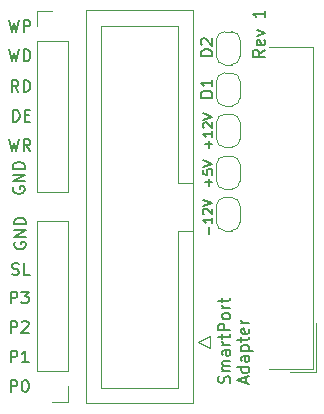
<source format=gbr>
%TF.GenerationSoftware,KiCad,Pcbnew,8.0.5*%
%TF.CreationDate,2024-12-10T05:35:49-08:00*%
%TF.ProjectId,SmartPortAdapter,536d6172-7450-46f7-9274-416461707465,1*%
%TF.SameCoordinates,Original*%
%TF.FileFunction,Legend,Top*%
%TF.FilePolarity,Positive*%
%FSLAX46Y46*%
G04 Gerber Fmt 4.6, Leading zero omitted, Abs format (unit mm)*
G04 Created by KiCad (PCBNEW 8.0.5) date 2024-12-10 05:35:49*
%MOMM*%
%LPD*%
G01*
G04 APERTURE LIST*
%ADD10C,0.187500*%
%ADD11C,0.200000*%
%ADD12C,0.150000*%
%ADD13C,0.120000*%
G04 APERTURE END LIST*
D10*
X164577869Y-83502121D02*
X164101678Y-83835454D01*
X164577869Y-84073549D02*
X163577869Y-84073549D01*
X163577869Y-84073549D02*
X163577869Y-83692597D01*
X163577869Y-83692597D02*
X163625488Y-83597359D01*
X163625488Y-83597359D02*
X163673107Y-83549740D01*
X163673107Y-83549740D02*
X163768345Y-83502121D01*
X163768345Y-83502121D02*
X163911202Y-83502121D01*
X163911202Y-83502121D02*
X164006440Y-83549740D01*
X164006440Y-83549740D02*
X164054059Y-83597359D01*
X164054059Y-83597359D02*
X164101678Y-83692597D01*
X164101678Y-83692597D02*
X164101678Y-84073549D01*
X164530250Y-82692597D02*
X164577869Y-82787835D01*
X164577869Y-82787835D02*
X164577869Y-82978311D01*
X164577869Y-82978311D02*
X164530250Y-83073549D01*
X164530250Y-83073549D02*
X164435011Y-83121168D01*
X164435011Y-83121168D02*
X164054059Y-83121168D01*
X164054059Y-83121168D02*
X163958821Y-83073549D01*
X163958821Y-83073549D02*
X163911202Y-82978311D01*
X163911202Y-82978311D02*
X163911202Y-82787835D01*
X163911202Y-82787835D02*
X163958821Y-82692597D01*
X163958821Y-82692597D02*
X164054059Y-82644978D01*
X164054059Y-82644978D02*
X164149297Y-82644978D01*
X164149297Y-82644978D02*
X164244535Y-83121168D01*
X163911202Y-82311644D02*
X164577869Y-82073549D01*
X164577869Y-82073549D02*
X163911202Y-81835454D01*
X164577869Y-80168787D02*
X164577869Y-80740215D01*
X164577869Y-80454501D02*
X163577869Y-80454501D01*
X163577869Y-80454501D02*
X163720726Y-80549739D01*
X163720726Y-80549739D02*
X163815964Y-80644977D01*
X163815964Y-80644977D02*
X163863583Y-80740215D01*
D11*
X143264911Y-89567219D02*
X143264911Y-88567219D01*
X143264911Y-88567219D02*
X143503006Y-88567219D01*
X143503006Y-88567219D02*
X143645863Y-88614838D01*
X143645863Y-88614838D02*
X143741101Y-88710076D01*
X143741101Y-88710076D02*
X143788720Y-88805314D01*
X143788720Y-88805314D02*
X143836339Y-88995790D01*
X143836339Y-88995790D02*
X143836339Y-89138647D01*
X143836339Y-89138647D02*
X143788720Y-89329123D01*
X143788720Y-89329123D02*
X143741101Y-89424361D01*
X143741101Y-89424361D02*
X143645863Y-89519600D01*
X143645863Y-89519600D02*
X143503006Y-89567219D01*
X143503006Y-89567219D02*
X143264911Y-89567219D01*
X144264911Y-89043409D02*
X144598244Y-89043409D01*
X144741101Y-89567219D02*
X144264911Y-89567219D01*
X144264911Y-89567219D02*
X144264911Y-88567219D01*
X144264911Y-88567219D02*
X144741101Y-88567219D01*
X143069673Y-109967219D02*
X143069673Y-108967219D01*
X143069673Y-108967219D02*
X143450625Y-108967219D01*
X143450625Y-108967219D02*
X143545863Y-109014838D01*
X143545863Y-109014838D02*
X143593482Y-109062457D01*
X143593482Y-109062457D02*
X143641101Y-109157695D01*
X143641101Y-109157695D02*
X143641101Y-109300552D01*
X143641101Y-109300552D02*
X143593482Y-109395790D01*
X143593482Y-109395790D02*
X143545863Y-109443409D01*
X143545863Y-109443409D02*
X143450625Y-109491028D01*
X143450625Y-109491028D02*
X143069673Y-109491028D01*
X144593482Y-109967219D02*
X144022054Y-109967219D01*
X144307768Y-109967219D02*
X144307768Y-108967219D01*
X144307768Y-108967219D02*
X144212530Y-109110076D01*
X144212530Y-109110076D02*
X144117292Y-109205314D01*
X144117292Y-109205314D02*
X144022054Y-109252933D01*
X143069673Y-112467219D02*
X143069673Y-111467219D01*
X143069673Y-111467219D02*
X143450625Y-111467219D01*
X143450625Y-111467219D02*
X143545863Y-111514838D01*
X143545863Y-111514838D02*
X143593482Y-111562457D01*
X143593482Y-111562457D02*
X143641101Y-111657695D01*
X143641101Y-111657695D02*
X143641101Y-111800552D01*
X143641101Y-111800552D02*
X143593482Y-111895790D01*
X143593482Y-111895790D02*
X143545863Y-111943409D01*
X143545863Y-111943409D02*
X143450625Y-111991028D01*
X143450625Y-111991028D02*
X143069673Y-111991028D01*
X144260149Y-111467219D02*
X144355387Y-111467219D01*
X144355387Y-111467219D02*
X144450625Y-111514838D01*
X144450625Y-111514838D02*
X144498244Y-111562457D01*
X144498244Y-111562457D02*
X144545863Y-111657695D01*
X144545863Y-111657695D02*
X144593482Y-111848171D01*
X144593482Y-111848171D02*
X144593482Y-112086266D01*
X144593482Y-112086266D02*
X144545863Y-112276742D01*
X144545863Y-112276742D02*
X144498244Y-112371980D01*
X144498244Y-112371980D02*
X144450625Y-112419600D01*
X144450625Y-112419600D02*
X144355387Y-112467219D01*
X144355387Y-112467219D02*
X144260149Y-112467219D01*
X144260149Y-112467219D02*
X144164911Y-112419600D01*
X144164911Y-112419600D02*
X144117292Y-112371980D01*
X144117292Y-112371980D02*
X144069673Y-112276742D01*
X144069673Y-112276742D02*
X144022054Y-112086266D01*
X144022054Y-112086266D02*
X144022054Y-111848171D01*
X144022054Y-111848171D02*
X144069673Y-111657695D01*
X144069673Y-111657695D02*
X144117292Y-111562457D01*
X144117292Y-111562457D02*
X144164911Y-111514838D01*
X144164911Y-111514838D02*
X144260149Y-111467219D01*
X143069673Y-107467219D02*
X143069673Y-106467219D01*
X143069673Y-106467219D02*
X143450625Y-106467219D01*
X143450625Y-106467219D02*
X143545863Y-106514838D01*
X143545863Y-106514838D02*
X143593482Y-106562457D01*
X143593482Y-106562457D02*
X143641101Y-106657695D01*
X143641101Y-106657695D02*
X143641101Y-106800552D01*
X143641101Y-106800552D02*
X143593482Y-106895790D01*
X143593482Y-106895790D02*
X143545863Y-106943409D01*
X143545863Y-106943409D02*
X143450625Y-106991028D01*
X143450625Y-106991028D02*
X143069673Y-106991028D01*
X144022054Y-106562457D02*
X144069673Y-106514838D01*
X144069673Y-106514838D02*
X144164911Y-106467219D01*
X144164911Y-106467219D02*
X144403006Y-106467219D01*
X144403006Y-106467219D02*
X144498244Y-106514838D01*
X144498244Y-106514838D02*
X144545863Y-106562457D01*
X144545863Y-106562457D02*
X144593482Y-106657695D01*
X144593482Y-106657695D02*
X144593482Y-106752933D01*
X144593482Y-106752933D02*
X144545863Y-106895790D01*
X144545863Y-106895790D02*
X143974435Y-107467219D01*
X143974435Y-107467219D02*
X144593482Y-107467219D01*
X143314838Y-95106517D02*
X143267219Y-95201755D01*
X143267219Y-95201755D02*
X143267219Y-95344612D01*
X143267219Y-95344612D02*
X143314838Y-95487469D01*
X143314838Y-95487469D02*
X143410076Y-95582707D01*
X143410076Y-95582707D02*
X143505314Y-95630326D01*
X143505314Y-95630326D02*
X143695790Y-95677945D01*
X143695790Y-95677945D02*
X143838647Y-95677945D01*
X143838647Y-95677945D02*
X144029123Y-95630326D01*
X144029123Y-95630326D02*
X144124361Y-95582707D01*
X144124361Y-95582707D02*
X144219600Y-95487469D01*
X144219600Y-95487469D02*
X144267219Y-95344612D01*
X144267219Y-95344612D02*
X144267219Y-95249374D01*
X144267219Y-95249374D02*
X144219600Y-95106517D01*
X144219600Y-95106517D02*
X144171980Y-95058898D01*
X144171980Y-95058898D02*
X143838647Y-95058898D01*
X143838647Y-95058898D02*
X143838647Y-95249374D01*
X144267219Y-94630326D02*
X143267219Y-94630326D01*
X143267219Y-94630326D02*
X144267219Y-94058898D01*
X144267219Y-94058898D02*
X143267219Y-94058898D01*
X144267219Y-93582707D02*
X143267219Y-93582707D01*
X143267219Y-93582707D02*
X143267219Y-93344612D01*
X143267219Y-93344612D02*
X143314838Y-93201755D01*
X143314838Y-93201755D02*
X143410076Y-93106517D01*
X143410076Y-93106517D02*
X143505314Y-93058898D01*
X143505314Y-93058898D02*
X143695790Y-93011279D01*
X143695790Y-93011279D02*
X143838647Y-93011279D01*
X143838647Y-93011279D02*
X144029123Y-93058898D01*
X144029123Y-93058898D02*
X144124361Y-93106517D01*
X144124361Y-93106517D02*
X144219600Y-93201755D01*
X144219600Y-93201755D02*
X144267219Y-93344612D01*
X144267219Y-93344612D02*
X144267219Y-93582707D01*
X142931578Y-83467219D02*
X143169673Y-84467219D01*
X143169673Y-84467219D02*
X143360149Y-83752933D01*
X143360149Y-83752933D02*
X143550625Y-84467219D01*
X143550625Y-84467219D02*
X143788721Y-83467219D01*
X144169673Y-84467219D02*
X144169673Y-83467219D01*
X144169673Y-83467219D02*
X144407768Y-83467219D01*
X144407768Y-83467219D02*
X144550625Y-83514838D01*
X144550625Y-83514838D02*
X144645863Y-83610076D01*
X144645863Y-83610076D02*
X144693482Y-83705314D01*
X144693482Y-83705314D02*
X144741101Y-83895790D01*
X144741101Y-83895790D02*
X144741101Y-84038647D01*
X144741101Y-84038647D02*
X144693482Y-84229123D01*
X144693482Y-84229123D02*
X144645863Y-84324361D01*
X144645863Y-84324361D02*
X144550625Y-84419600D01*
X144550625Y-84419600D02*
X144407768Y-84467219D01*
X144407768Y-84467219D02*
X144169673Y-84467219D01*
X142931578Y-80967219D02*
X143169673Y-81967219D01*
X143169673Y-81967219D02*
X143360149Y-81252933D01*
X143360149Y-81252933D02*
X143550625Y-81967219D01*
X143550625Y-81967219D02*
X143788721Y-80967219D01*
X144169673Y-81967219D02*
X144169673Y-80967219D01*
X144169673Y-80967219D02*
X144550625Y-80967219D01*
X144550625Y-80967219D02*
X144645863Y-81014838D01*
X144645863Y-81014838D02*
X144693482Y-81062457D01*
X144693482Y-81062457D02*
X144741101Y-81157695D01*
X144741101Y-81157695D02*
X144741101Y-81300552D01*
X144741101Y-81300552D02*
X144693482Y-81395790D01*
X144693482Y-81395790D02*
X144645863Y-81443409D01*
X144645863Y-81443409D02*
X144550625Y-81491028D01*
X144550625Y-81491028D02*
X144169673Y-81491028D01*
D10*
X161610306Y-111686168D02*
X161657925Y-111543311D01*
X161657925Y-111543311D02*
X161657925Y-111305216D01*
X161657925Y-111305216D02*
X161610306Y-111209978D01*
X161610306Y-111209978D02*
X161562686Y-111162359D01*
X161562686Y-111162359D02*
X161467448Y-111114740D01*
X161467448Y-111114740D02*
X161372210Y-111114740D01*
X161372210Y-111114740D02*
X161276972Y-111162359D01*
X161276972Y-111162359D02*
X161229353Y-111209978D01*
X161229353Y-111209978D02*
X161181734Y-111305216D01*
X161181734Y-111305216D02*
X161134115Y-111495692D01*
X161134115Y-111495692D02*
X161086496Y-111590930D01*
X161086496Y-111590930D02*
X161038877Y-111638549D01*
X161038877Y-111638549D02*
X160943639Y-111686168D01*
X160943639Y-111686168D02*
X160848401Y-111686168D01*
X160848401Y-111686168D02*
X160753163Y-111638549D01*
X160753163Y-111638549D02*
X160705544Y-111590930D01*
X160705544Y-111590930D02*
X160657925Y-111495692D01*
X160657925Y-111495692D02*
X160657925Y-111257597D01*
X160657925Y-111257597D02*
X160705544Y-111114740D01*
X161657925Y-110686168D02*
X160991258Y-110686168D01*
X161086496Y-110686168D02*
X161038877Y-110638549D01*
X161038877Y-110638549D02*
X160991258Y-110543311D01*
X160991258Y-110543311D02*
X160991258Y-110400454D01*
X160991258Y-110400454D02*
X161038877Y-110305216D01*
X161038877Y-110305216D02*
X161134115Y-110257597D01*
X161134115Y-110257597D02*
X161657925Y-110257597D01*
X161134115Y-110257597D02*
X161038877Y-110209978D01*
X161038877Y-110209978D02*
X160991258Y-110114740D01*
X160991258Y-110114740D02*
X160991258Y-109971883D01*
X160991258Y-109971883D02*
X161038877Y-109876644D01*
X161038877Y-109876644D02*
X161134115Y-109829025D01*
X161134115Y-109829025D02*
X161657925Y-109829025D01*
X161657925Y-108924264D02*
X161134115Y-108924264D01*
X161134115Y-108924264D02*
X161038877Y-108971883D01*
X161038877Y-108971883D02*
X160991258Y-109067121D01*
X160991258Y-109067121D02*
X160991258Y-109257597D01*
X160991258Y-109257597D02*
X161038877Y-109352835D01*
X161610306Y-108924264D02*
X161657925Y-109019502D01*
X161657925Y-109019502D02*
X161657925Y-109257597D01*
X161657925Y-109257597D02*
X161610306Y-109352835D01*
X161610306Y-109352835D02*
X161515067Y-109400454D01*
X161515067Y-109400454D02*
X161419829Y-109400454D01*
X161419829Y-109400454D02*
X161324591Y-109352835D01*
X161324591Y-109352835D02*
X161276972Y-109257597D01*
X161276972Y-109257597D02*
X161276972Y-109019502D01*
X161276972Y-109019502D02*
X161229353Y-108924264D01*
X161657925Y-108448073D02*
X160991258Y-108448073D01*
X161181734Y-108448073D02*
X161086496Y-108400454D01*
X161086496Y-108400454D02*
X161038877Y-108352835D01*
X161038877Y-108352835D02*
X160991258Y-108257597D01*
X160991258Y-108257597D02*
X160991258Y-108162359D01*
X160991258Y-107971882D02*
X160991258Y-107590930D01*
X160657925Y-107829025D02*
X161515067Y-107829025D01*
X161515067Y-107829025D02*
X161610306Y-107781406D01*
X161610306Y-107781406D02*
X161657925Y-107686168D01*
X161657925Y-107686168D02*
X161657925Y-107590930D01*
X161657925Y-107257596D02*
X160657925Y-107257596D01*
X160657925Y-107257596D02*
X160657925Y-106876644D01*
X160657925Y-106876644D02*
X160705544Y-106781406D01*
X160705544Y-106781406D02*
X160753163Y-106733787D01*
X160753163Y-106733787D02*
X160848401Y-106686168D01*
X160848401Y-106686168D02*
X160991258Y-106686168D01*
X160991258Y-106686168D02*
X161086496Y-106733787D01*
X161086496Y-106733787D02*
X161134115Y-106781406D01*
X161134115Y-106781406D02*
X161181734Y-106876644D01*
X161181734Y-106876644D02*
X161181734Y-107257596D01*
X161657925Y-106114739D02*
X161610306Y-106209977D01*
X161610306Y-106209977D02*
X161562686Y-106257596D01*
X161562686Y-106257596D02*
X161467448Y-106305215D01*
X161467448Y-106305215D02*
X161181734Y-106305215D01*
X161181734Y-106305215D02*
X161086496Y-106257596D01*
X161086496Y-106257596D02*
X161038877Y-106209977D01*
X161038877Y-106209977D02*
X160991258Y-106114739D01*
X160991258Y-106114739D02*
X160991258Y-105971882D01*
X160991258Y-105971882D02*
X161038877Y-105876644D01*
X161038877Y-105876644D02*
X161086496Y-105829025D01*
X161086496Y-105829025D02*
X161181734Y-105781406D01*
X161181734Y-105781406D02*
X161467448Y-105781406D01*
X161467448Y-105781406D02*
X161562686Y-105829025D01*
X161562686Y-105829025D02*
X161610306Y-105876644D01*
X161610306Y-105876644D02*
X161657925Y-105971882D01*
X161657925Y-105971882D02*
X161657925Y-106114739D01*
X161657925Y-105352834D02*
X160991258Y-105352834D01*
X161181734Y-105352834D02*
X161086496Y-105305215D01*
X161086496Y-105305215D02*
X161038877Y-105257596D01*
X161038877Y-105257596D02*
X160991258Y-105162358D01*
X160991258Y-105162358D02*
X160991258Y-105067120D01*
X160991258Y-104876643D02*
X160991258Y-104495691D01*
X160657925Y-104733786D02*
X161515067Y-104733786D01*
X161515067Y-104733786D02*
X161610306Y-104686167D01*
X161610306Y-104686167D02*
X161657925Y-104590929D01*
X161657925Y-104590929D02*
X161657925Y-104495691D01*
X162982154Y-111686168D02*
X162982154Y-111209978D01*
X163267869Y-111781406D02*
X162267869Y-111448073D01*
X162267869Y-111448073D02*
X163267869Y-111114740D01*
X163267869Y-110352835D02*
X162267869Y-110352835D01*
X163220250Y-110352835D02*
X163267869Y-110448073D01*
X163267869Y-110448073D02*
X163267869Y-110638549D01*
X163267869Y-110638549D02*
X163220250Y-110733787D01*
X163220250Y-110733787D02*
X163172630Y-110781406D01*
X163172630Y-110781406D02*
X163077392Y-110829025D01*
X163077392Y-110829025D02*
X162791678Y-110829025D01*
X162791678Y-110829025D02*
X162696440Y-110781406D01*
X162696440Y-110781406D02*
X162648821Y-110733787D01*
X162648821Y-110733787D02*
X162601202Y-110638549D01*
X162601202Y-110638549D02*
X162601202Y-110448073D01*
X162601202Y-110448073D02*
X162648821Y-110352835D01*
X163267869Y-109448073D02*
X162744059Y-109448073D01*
X162744059Y-109448073D02*
X162648821Y-109495692D01*
X162648821Y-109495692D02*
X162601202Y-109590930D01*
X162601202Y-109590930D02*
X162601202Y-109781406D01*
X162601202Y-109781406D02*
X162648821Y-109876644D01*
X163220250Y-109448073D02*
X163267869Y-109543311D01*
X163267869Y-109543311D02*
X163267869Y-109781406D01*
X163267869Y-109781406D02*
X163220250Y-109876644D01*
X163220250Y-109876644D02*
X163125011Y-109924263D01*
X163125011Y-109924263D02*
X163029773Y-109924263D01*
X163029773Y-109924263D02*
X162934535Y-109876644D01*
X162934535Y-109876644D02*
X162886916Y-109781406D01*
X162886916Y-109781406D02*
X162886916Y-109543311D01*
X162886916Y-109543311D02*
X162839297Y-109448073D01*
X162601202Y-108971882D02*
X163601202Y-108971882D01*
X162648821Y-108971882D02*
X162601202Y-108876644D01*
X162601202Y-108876644D02*
X162601202Y-108686168D01*
X162601202Y-108686168D02*
X162648821Y-108590930D01*
X162648821Y-108590930D02*
X162696440Y-108543311D01*
X162696440Y-108543311D02*
X162791678Y-108495692D01*
X162791678Y-108495692D02*
X163077392Y-108495692D01*
X163077392Y-108495692D02*
X163172630Y-108543311D01*
X163172630Y-108543311D02*
X163220250Y-108590930D01*
X163220250Y-108590930D02*
X163267869Y-108686168D01*
X163267869Y-108686168D02*
X163267869Y-108876644D01*
X163267869Y-108876644D02*
X163220250Y-108971882D01*
X162601202Y-108209977D02*
X162601202Y-107829025D01*
X162267869Y-108067120D02*
X163125011Y-108067120D01*
X163125011Y-108067120D02*
X163220250Y-108019501D01*
X163220250Y-108019501D02*
X163267869Y-107924263D01*
X163267869Y-107924263D02*
X163267869Y-107829025D01*
X163220250Y-107114739D02*
X163267869Y-107209977D01*
X163267869Y-107209977D02*
X163267869Y-107400453D01*
X163267869Y-107400453D02*
X163220250Y-107495691D01*
X163220250Y-107495691D02*
X163125011Y-107543310D01*
X163125011Y-107543310D02*
X162744059Y-107543310D01*
X162744059Y-107543310D02*
X162648821Y-107495691D01*
X162648821Y-107495691D02*
X162601202Y-107400453D01*
X162601202Y-107400453D02*
X162601202Y-107209977D01*
X162601202Y-107209977D02*
X162648821Y-107114739D01*
X162648821Y-107114739D02*
X162744059Y-107067120D01*
X162744059Y-107067120D02*
X162839297Y-107067120D01*
X162839297Y-107067120D02*
X162934535Y-107543310D01*
X163267869Y-106638548D02*
X162601202Y-106638548D01*
X162791678Y-106638548D02*
X162696440Y-106590929D01*
X162696440Y-106590929D02*
X162648821Y-106543310D01*
X162648821Y-106543310D02*
X162601202Y-106448072D01*
X162601202Y-106448072D02*
X162601202Y-106352834D01*
D11*
X143414838Y-99806517D02*
X143367219Y-99901755D01*
X143367219Y-99901755D02*
X143367219Y-100044612D01*
X143367219Y-100044612D02*
X143414838Y-100187469D01*
X143414838Y-100187469D02*
X143510076Y-100282707D01*
X143510076Y-100282707D02*
X143605314Y-100330326D01*
X143605314Y-100330326D02*
X143795790Y-100377945D01*
X143795790Y-100377945D02*
X143938647Y-100377945D01*
X143938647Y-100377945D02*
X144129123Y-100330326D01*
X144129123Y-100330326D02*
X144224361Y-100282707D01*
X144224361Y-100282707D02*
X144319600Y-100187469D01*
X144319600Y-100187469D02*
X144367219Y-100044612D01*
X144367219Y-100044612D02*
X144367219Y-99949374D01*
X144367219Y-99949374D02*
X144319600Y-99806517D01*
X144319600Y-99806517D02*
X144271980Y-99758898D01*
X144271980Y-99758898D02*
X143938647Y-99758898D01*
X143938647Y-99758898D02*
X143938647Y-99949374D01*
X144367219Y-99330326D02*
X143367219Y-99330326D01*
X143367219Y-99330326D02*
X144367219Y-98758898D01*
X144367219Y-98758898D02*
X143367219Y-98758898D01*
X144367219Y-98282707D02*
X143367219Y-98282707D01*
X143367219Y-98282707D02*
X143367219Y-98044612D01*
X143367219Y-98044612D02*
X143414838Y-97901755D01*
X143414838Y-97901755D02*
X143510076Y-97806517D01*
X143510076Y-97806517D02*
X143605314Y-97758898D01*
X143605314Y-97758898D02*
X143795790Y-97711279D01*
X143795790Y-97711279D02*
X143938647Y-97711279D01*
X143938647Y-97711279D02*
X144129123Y-97758898D01*
X144129123Y-97758898D02*
X144224361Y-97806517D01*
X144224361Y-97806517D02*
X144319600Y-97901755D01*
X144319600Y-97901755D02*
X144367219Y-98044612D01*
X144367219Y-98044612D02*
X144367219Y-98282707D01*
X143741101Y-87067219D02*
X143407768Y-86591028D01*
X143169673Y-87067219D02*
X143169673Y-86067219D01*
X143169673Y-86067219D02*
X143550625Y-86067219D01*
X143550625Y-86067219D02*
X143645863Y-86114838D01*
X143645863Y-86114838D02*
X143693482Y-86162457D01*
X143693482Y-86162457D02*
X143741101Y-86257695D01*
X143741101Y-86257695D02*
X143741101Y-86400552D01*
X143741101Y-86400552D02*
X143693482Y-86495790D01*
X143693482Y-86495790D02*
X143645863Y-86543409D01*
X143645863Y-86543409D02*
X143550625Y-86591028D01*
X143550625Y-86591028D02*
X143169673Y-86591028D01*
X144169673Y-87067219D02*
X144169673Y-86067219D01*
X144169673Y-86067219D02*
X144407768Y-86067219D01*
X144407768Y-86067219D02*
X144550625Y-86114838D01*
X144550625Y-86114838D02*
X144645863Y-86210076D01*
X144645863Y-86210076D02*
X144693482Y-86305314D01*
X144693482Y-86305314D02*
X144741101Y-86495790D01*
X144741101Y-86495790D02*
X144741101Y-86638647D01*
X144741101Y-86638647D02*
X144693482Y-86829123D01*
X144693482Y-86829123D02*
X144645863Y-86924361D01*
X144645863Y-86924361D02*
X144550625Y-87019600D01*
X144550625Y-87019600D02*
X144407768Y-87067219D01*
X144407768Y-87067219D02*
X144169673Y-87067219D01*
X143212530Y-102519600D02*
X143355387Y-102567219D01*
X143355387Y-102567219D02*
X143593482Y-102567219D01*
X143593482Y-102567219D02*
X143688720Y-102519600D01*
X143688720Y-102519600D02*
X143736339Y-102471980D01*
X143736339Y-102471980D02*
X143783958Y-102376742D01*
X143783958Y-102376742D02*
X143783958Y-102281504D01*
X143783958Y-102281504D02*
X143736339Y-102186266D01*
X143736339Y-102186266D02*
X143688720Y-102138647D01*
X143688720Y-102138647D02*
X143593482Y-102091028D01*
X143593482Y-102091028D02*
X143403006Y-102043409D01*
X143403006Y-102043409D02*
X143307768Y-101995790D01*
X143307768Y-101995790D02*
X143260149Y-101948171D01*
X143260149Y-101948171D02*
X143212530Y-101852933D01*
X143212530Y-101852933D02*
X143212530Y-101757695D01*
X143212530Y-101757695D02*
X143260149Y-101662457D01*
X143260149Y-101662457D02*
X143307768Y-101614838D01*
X143307768Y-101614838D02*
X143403006Y-101567219D01*
X143403006Y-101567219D02*
X143641101Y-101567219D01*
X143641101Y-101567219D02*
X143783958Y-101614838D01*
X144688720Y-102567219D02*
X144212530Y-102567219D01*
X144212530Y-102567219D02*
X144212530Y-101567219D01*
X142931578Y-91067219D02*
X143169673Y-92067219D01*
X143169673Y-92067219D02*
X143360149Y-91352933D01*
X143360149Y-91352933D02*
X143550625Y-92067219D01*
X143550625Y-92067219D02*
X143788721Y-91067219D01*
X144741101Y-92067219D02*
X144407768Y-91591028D01*
X144169673Y-92067219D02*
X144169673Y-91067219D01*
X144169673Y-91067219D02*
X144550625Y-91067219D01*
X144550625Y-91067219D02*
X144645863Y-91114838D01*
X144645863Y-91114838D02*
X144693482Y-91162457D01*
X144693482Y-91162457D02*
X144741101Y-91257695D01*
X144741101Y-91257695D02*
X144741101Y-91400552D01*
X144741101Y-91400552D02*
X144693482Y-91495790D01*
X144693482Y-91495790D02*
X144645863Y-91543409D01*
X144645863Y-91543409D02*
X144550625Y-91591028D01*
X144550625Y-91591028D02*
X144169673Y-91591028D01*
X143069673Y-104967219D02*
X143069673Y-103967219D01*
X143069673Y-103967219D02*
X143450625Y-103967219D01*
X143450625Y-103967219D02*
X143545863Y-104014838D01*
X143545863Y-104014838D02*
X143593482Y-104062457D01*
X143593482Y-104062457D02*
X143641101Y-104157695D01*
X143641101Y-104157695D02*
X143641101Y-104300552D01*
X143641101Y-104300552D02*
X143593482Y-104395790D01*
X143593482Y-104395790D02*
X143545863Y-104443409D01*
X143545863Y-104443409D02*
X143450625Y-104491028D01*
X143450625Y-104491028D02*
X143069673Y-104491028D01*
X143974435Y-103967219D02*
X144593482Y-103967219D01*
X144593482Y-103967219D02*
X144260149Y-104348171D01*
X144260149Y-104348171D02*
X144403006Y-104348171D01*
X144403006Y-104348171D02*
X144498244Y-104395790D01*
X144498244Y-104395790D02*
X144545863Y-104443409D01*
X144545863Y-104443409D02*
X144593482Y-104538647D01*
X144593482Y-104538647D02*
X144593482Y-104776742D01*
X144593482Y-104776742D02*
X144545863Y-104871980D01*
X144545863Y-104871980D02*
X144498244Y-104919600D01*
X144498244Y-104919600D02*
X144403006Y-104967219D01*
X144403006Y-104967219D02*
X144117292Y-104967219D01*
X144117292Y-104967219D02*
X144022054Y-104919600D01*
X144022054Y-104919600D02*
X143974435Y-104871980D01*
D12*
X159857533Y-99109523D02*
X159857533Y-98500000D01*
X160162295Y-97700000D02*
X160162295Y-98157143D01*
X160162295Y-97928571D02*
X159362295Y-97928571D01*
X159362295Y-97928571D02*
X159476580Y-98004762D01*
X159476580Y-98004762D02*
X159552771Y-98080952D01*
X159552771Y-98080952D02*
X159590866Y-98157143D01*
X159438485Y-97395238D02*
X159400390Y-97357142D01*
X159400390Y-97357142D02*
X159362295Y-97280952D01*
X159362295Y-97280952D02*
X159362295Y-97090476D01*
X159362295Y-97090476D02*
X159400390Y-97014285D01*
X159400390Y-97014285D02*
X159438485Y-96976190D01*
X159438485Y-96976190D02*
X159514676Y-96938095D01*
X159514676Y-96938095D02*
X159590866Y-96938095D01*
X159590866Y-96938095D02*
X159705152Y-96976190D01*
X159705152Y-96976190D02*
X160162295Y-97433333D01*
X160162295Y-97433333D02*
X160162295Y-96938095D01*
X159362295Y-96709523D02*
X160162295Y-96442856D01*
X160162295Y-96442856D02*
X159362295Y-96176190D01*
X160154819Y-87538094D02*
X159154819Y-87538094D01*
X159154819Y-87538094D02*
X159154819Y-87299999D01*
X159154819Y-87299999D02*
X159202438Y-87157142D01*
X159202438Y-87157142D02*
X159297676Y-87061904D01*
X159297676Y-87061904D02*
X159392914Y-87014285D01*
X159392914Y-87014285D02*
X159583390Y-86966666D01*
X159583390Y-86966666D02*
X159726247Y-86966666D01*
X159726247Y-86966666D02*
X159916723Y-87014285D01*
X159916723Y-87014285D02*
X160011961Y-87061904D01*
X160011961Y-87061904D02*
X160107200Y-87157142D01*
X160107200Y-87157142D02*
X160154819Y-87299999D01*
X160154819Y-87299999D02*
X160154819Y-87538094D01*
X160154819Y-86014285D02*
X160154819Y-86585713D01*
X160154819Y-86299999D02*
X159154819Y-86299999D01*
X159154819Y-86299999D02*
X159297676Y-86395237D01*
X159297676Y-86395237D02*
X159392914Y-86490475D01*
X159392914Y-86490475D02*
X159440533Y-86585713D01*
X160154819Y-84038094D02*
X159154819Y-84038094D01*
X159154819Y-84038094D02*
X159154819Y-83799999D01*
X159154819Y-83799999D02*
X159202438Y-83657142D01*
X159202438Y-83657142D02*
X159297676Y-83561904D01*
X159297676Y-83561904D02*
X159392914Y-83514285D01*
X159392914Y-83514285D02*
X159583390Y-83466666D01*
X159583390Y-83466666D02*
X159726247Y-83466666D01*
X159726247Y-83466666D02*
X159916723Y-83514285D01*
X159916723Y-83514285D02*
X160011961Y-83561904D01*
X160011961Y-83561904D02*
X160107200Y-83657142D01*
X160107200Y-83657142D02*
X160154819Y-83799999D01*
X160154819Y-83799999D02*
X160154819Y-84038094D01*
X159250057Y-83085713D02*
X159202438Y-83038094D01*
X159202438Y-83038094D02*
X159154819Y-82942856D01*
X159154819Y-82942856D02*
X159154819Y-82704761D01*
X159154819Y-82704761D02*
X159202438Y-82609523D01*
X159202438Y-82609523D02*
X159250057Y-82561904D01*
X159250057Y-82561904D02*
X159345295Y-82514285D01*
X159345295Y-82514285D02*
X159440533Y-82514285D01*
X159440533Y-82514285D02*
X159583390Y-82561904D01*
X159583390Y-82561904D02*
X160154819Y-83133332D01*
X160154819Y-83133332D02*
X160154819Y-82514285D01*
X159857533Y-91809523D02*
X159857533Y-91200000D01*
X160162295Y-91504761D02*
X159552771Y-91504761D01*
X160162295Y-90400000D02*
X160162295Y-90857143D01*
X160162295Y-90628571D02*
X159362295Y-90628571D01*
X159362295Y-90628571D02*
X159476580Y-90704762D01*
X159476580Y-90704762D02*
X159552771Y-90780952D01*
X159552771Y-90780952D02*
X159590866Y-90857143D01*
X159438485Y-90095238D02*
X159400390Y-90057142D01*
X159400390Y-90057142D02*
X159362295Y-89980952D01*
X159362295Y-89980952D02*
X159362295Y-89790476D01*
X159362295Y-89790476D02*
X159400390Y-89714285D01*
X159400390Y-89714285D02*
X159438485Y-89676190D01*
X159438485Y-89676190D02*
X159514676Y-89638095D01*
X159514676Y-89638095D02*
X159590866Y-89638095D01*
X159590866Y-89638095D02*
X159705152Y-89676190D01*
X159705152Y-89676190D02*
X160162295Y-90133333D01*
X160162295Y-90133333D02*
X160162295Y-89638095D01*
X159362295Y-89409523D02*
X160162295Y-89142856D01*
X160162295Y-89142856D02*
X159362295Y-88876190D01*
X159857533Y-95028570D02*
X159857533Y-94419047D01*
X160162295Y-94723808D02*
X159552771Y-94723808D01*
X159362295Y-93657142D02*
X159362295Y-94038094D01*
X159362295Y-94038094D02*
X159743247Y-94076190D01*
X159743247Y-94076190D02*
X159705152Y-94038094D01*
X159705152Y-94038094D02*
X159667057Y-93961904D01*
X159667057Y-93961904D02*
X159667057Y-93771428D01*
X159667057Y-93771428D02*
X159705152Y-93695237D01*
X159705152Y-93695237D02*
X159743247Y-93657142D01*
X159743247Y-93657142D02*
X159819438Y-93619047D01*
X159819438Y-93619047D02*
X160009914Y-93619047D01*
X160009914Y-93619047D02*
X160086104Y-93657142D01*
X160086104Y-93657142D02*
X160124200Y-93695237D01*
X160124200Y-93695237D02*
X160162295Y-93771428D01*
X160162295Y-93771428D02*
X160162295Y-93961904D01*
X160162295Y-93961904D02*
X160124200Y-94038094D01*
X160124200Y-94038094D02*
X160086104Y-94076190D01*
X159362295Y-93390475D02*
X160162295Y-93123808D01*
X160162295Y-93123808D02*
X159362295Y-92857142D01*
D13*
%TO.C,-12V*%
X160500000Y-98100000D02*
X160500000Y-96700000D01*
X161200000Y-96000000D02*
X161800000Y-96000000D01*
X161800000Y-98800000D02*
X161200000Y-98800000D01*
X162500000Y-96700000D02*
X162500000Y-98100000D01*
X160500000Y-96700000D02*
G75*
G02*
X161200000Y-96000000I700000J0D01*
G01*
X161200000Y-98800000D02*
G75*
G02*
X160500000Y-98100000I-1J699999D01*
G01*
X161800000Y-96000000D02*
G75*
G02*
X162500000Y-96700000I0J-700000D01*
G01*
X162500000Y-98100000D02*
G75*
G02*
X161800000Y-98800000I-699999J-1D01*
G01*
%TO.C,J1*%
X149420000Y-80155000D02*
X158540000Y-80155000D01*
X149420000Y-113435000D02*
X149420000Y-80155000D01*
X150730000Y-81455000D02*
X157230000Y-81455000D01*
X150730000Y-112135000D02*
X150730000Y-81455000D01*
X157230000Y-81455000D02*
X157230000Y-94745000D01*
X157230000Y-94745000D02*
X157230000Y-94745000D01*
X157230000Y-94745000D02*
X158540000Y-94745000D01*
X157230000Y-98845000D02*
X157230000Y-112135000D01*
X157230000Y-112135000D02*
X150730000Y-112135000D01*
X158540000Y-80155000D02*
X158540000Y-113435000D01*
X158540000Y-98845000D02*
X157230000Y-98845000D01*
X158540000Y-113435000D02*
X149420000Y-113435000D01*
X158930000Y-108225000D02*
X159930000Y-108725000D01*
X159930000Y-107725000D02*
X158930000Y-108225000D01*
X159930000Y-108725000D02*
X159930000Y-107725000D01*
%TO.C,D1*%
X160500000Y-87550000D02*
X160500000Y-86150000D01*
X161200000Y-85450000D02*
X161800000Y-85450000D01*
X161800000Y-88250000D02*
X161200000Y-88250000D01*
X162500000Y-86150000D02*
X162500000Y-87550000D01*
X160500000Y-86150000D02*
G75*
G02*
X161200000Y-85450000I699999J1D01*
G01*
X161200000Y-88250000D02*
G75*
G02*
X160500000Y-87550000I0J700000D01*
G01*
X161800000Y-85450000D02*
G75*
G02*
X162500000Y-86150000I1J-699999D01*
G01*
X162500000Y-87550000D02*
G75*
G02*
X161800000Y-88250000I-700000J0D01*
G01*
%TO.C,J3*%
X145270000Y-110730000D02*
X145270000Y-97970000D01*
X147930000Y-97970000D02*
X145270000Y-97970000D01*
X147930000Y-110730000D02*
X145270000Y-110730000D01*
X147930000Y-110730000D02*
X147930000Y-97970000D01*
X147930000Y-112000000D02*
X147930000Y-113330000D01*
X147930000Y-113330000D02*
X146600000Y-113330000D01*
%TO.C,D2*%
X160500000Y-84050000D02*
X160500000Y-82650000D01*
X161200000Y-81950000D02*
X161800000Y-81950000D01*
X161800000Y-84750000D02*
X161200000Y-84750000D01*
X162500000Y-82650000D02*
X162500000Y-84050000D01*
X160500000Y-82650000D02*
G75*
G02*
X161200000Y-81950000I700000J0D01*
G01*
X161200000Y-84750000D02*
G75*
G02*
X160500000Y-84050000I-1J699999D01*
G01*
X161800000Y-81950000D02*
G75*
G02*
X162500000Y-82650000I0J-700000D01*
G01*
X162500000Y-84050000D02*
G75*
G02*
X161800000Y-84750000I-699999J-1D01*
G01*
%TO.C,+12V*%
X160500000Y-91050000D02*
X160500000Y-89650000D01*
X161200000Y-88950000D02*
X161800000Y-88950000D01*
X161800000Y-91750000D02*
X161200000Y-91750000D01*
X162500000Y-89650000D02*
X162500000Y-91050000D01*
X160500000Y-89650000D02*
G75*
G02*
X161200000Y-88950000I700000J0D01*
G01*
X161200000Y-91750000D02*
G75*
G02*
X160500000Y-91050000I-1J699999D01*
G01*
X161800000Y-88950000D02*
G75*
G02*
X162500000Y-89650000I0J-700000D01*
G01*
X162500000Y-91050000D02*
G75*
G02*
X161800000Y-91750000I-699999J-1D01*
G01*
%TO.C,+5V*%
X160500000Y-94600000D02*
X160500000Y-93200000D01*
X161200000Y-92500000D02*
X161800000Y-92500000D01*
X161800000Y-95300000D02*
X161200000Y-95300000D01*
X162500000Y-93200000D02*
X162500000Y-94600000D01*
X160500000Y-93200000D02*
G75*
G02*
X161200000Y-92500000I700000J0D01*
G01*
X161200000Y-95300000D02*
G75*
G02*
X160500000Y-94600000I-1J699999D01*
G01*
X161800000Y-92500000D02*
G75*
G02*
X162500000Y-93200000I0J-700000D01*
G01*
X162500000Y-94600000D02*
G75*
G02*
X161800000Y-95300000I-699999J-1D01*
G01*
%TO.C,J2*%
X145270000Y-80170000D02*
X146600000Y-80170000D01*
X145270000Y-81500000D02*
X145270000Y-80170000D01*
X145270000Y-82770000D02*
X145270000Y-95530000D01*
X145270000Y-82770000D02*
X147930000Y-82770000D01*
X145270000Y-95530000D02*
X147930000Y-95530000D01*
X147930000Y-82770000D02*
X147930000Y-95530000D01*
%TO.C,U1*%
X164960000Y-110548333D02*
X168700000Y-110548333D01*
X166700000Y-110788333D02*
X168940000Y-110788333D01*
X168700000Y-83295000D02*
X164960000Y-83295000D01*
X168700000Y-110548333D02*
X168700000Y-83295000D01*
X168940000Y-110788333D02*
X168940000Y-106595000D01*
%TD*%
M02*

</source>
